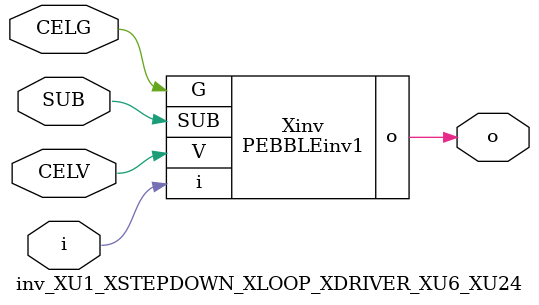
<source format=v>



module PEBBLEinv1 ( o, G, SUB, V, i );

  input V;
  input i;
  input G;
  output o;
  input SUB;
endmodule

//Celera Confidential Do Not Copy inv_XU1_XSTEPDOWN_XLOOP_XDRIVER_XU6_XU24
//Celera Confidential Symbol Generator
//5V Inverter
module inv_XU1_XSTEPDOWN_XLOOP_XDRIVER_XU6_XU24 (CELV,CELG,i,o,SUB);
input CELV;
input CELG;
input i;
input SUB;
output o;

//Celera Confidential Do Not Copy inv
PEBBLEinv1 Xinv(
.V (CELV),
.i (i),
.o (o),
.SUB (SUB),
.G (CELG)
);
//,diesize,PEBBLEinv1

//Celera Confidential Do Not Copy Module End
//Celera Schematic Generator
endmodule

</source>
